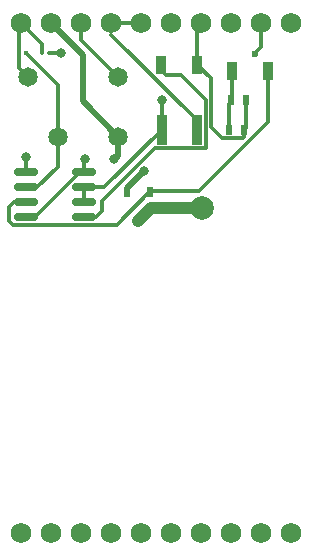
<source format=gbr>
%TF.GenerationSoftware,KiCad,Pcbnew,8.0.8*%
%TF.CreationDate,2025-02-03T20:56:19-05:00*%
%TF.ProjectId,RTDS Control Module,52544453-2043-46f6-9e74-726f6c204d6f,rev?*%
%TF.SameCoordinates,Original*%
%TF.FileFunction,Copper,L1,Top*%
%TF.FilePolarity,Positive*%
%FSLAX46Y46*%
G04 Gerber Fmt 4.6, Leading zero omitted, Abs format (unit mm)*
G04 Created by KiCad (PCBNEW 8.0.8) date 2025-02-03 20:56:19*
%MOMM*%
%LPD*%
G01*
G04 APERTURE LIST*
G04 Aperture macros list*
%AMRoundRect*
0 Rectangle with rounded corners*
0 $1 Rounding radius*
0 $2 $3 $4 $5 $6 $7 $8 $9 X,Y pos of 4 corners*
0 Add a 4 corners polygon primitive as box body*
4,1,4,$2,$3,$4,$5,$6,$7,$8,$9,$2,$3,0*
0 Add four circle primitives for the rounded corners*
1,1,$1+$1,$2,$3*
1,1,$1+$1,$4,$5*
1,1,$1+$1,$6,$7*
1,1,$1+$1,$8,$9*
0 Add four rect primitives between the rounded corners*
20,1,$1+$1,$2,$3,$4,$5,0*
20,1,$1+$1,$4,$5,$6,$7,0*
20,1,$1+$1,$6,$7,$8,$9,0*
20,1,$1+$1,$8,$9,$2,$3,0*%
G04 Aperture macros list end*
%TA.AperFunction,SMDPad,CuDef*%
%ADD10R,0.609600X0.889000*%
%TD*%
%TA.AperFunction,SMDPad,CuDef*%
%ADD11R,0.558800X0.863600*%
%TD*%
%TA.AperFunction,SMDPad,CuDef*%
%ADD12R,0.863600X1.600200*%
%TD*%
%TA.AperFunction,SMDPad,CuDef*%
%ADD13R,0.250000X0.300000*%
%TD*%
%TA.AperFunction,ComponentPad*%
%ADD14C,1.650000*%
%TD*%
%TA.AperFunction,ComponentPad*%
%ADD15C,1.750000*%
%TD*%
%TA.AperFunction,SMDPad,CuDef*%
%ADD16R,0.955600X2.500000*%
%TD*%
%TA.AperFunction,SMDPad,CuDef*%
%ADD17R,0.380000X0.400000*%
%TD*%
%TA.AperFunction,SMDPad,CuDef*%
%ADD18RoundRect,0.150000X-0.825000X-0.150000X0.825000X-0.150000X0.825000X0.150000X-0.825000X0.150000X0*%
%TD*%
%TA.AperFunction,SMDPad,CuDef*%
%ADD19R,0.855600X1.600000*%
%TD*%
%TA.AperFunction,ViaPad*%
%ADD20C,0.800000*%
%TD*%
%TA.AperFunction,ViaPad*%
%ADD21C,0.600000*%
%TD*%
%TA.AperFunction,ViaPad*%
%ADD22C,2.000000*%
%TD*%
%TA.AperFunction,Conductor*%
%ADD23C,0.300000*%
%TD*%
%TA.AperFunction,Conductor*%
%ADD24C,0.200000*%
%TD*%
%TA.AperFunction,Conductor*%
%ADD25C,0.500000*%
%TD*%
%TA.AperFunction,Conductor*%
%ADD26C,1.000000*%
%TD*%
G04 APERTURE END LIST*
D10*
%TO.P,R4,1*%
%TO.N,Net-(D1-K)*%
X68512300Y-31900000D03*
%TO.P,R4,2*%
%TO.N,/GND*%
X69807700Y-31900000D03*
%TD*%
D11*
%TO.P,U2,1,G*%
%TO.N,Net-(D1-A)*%
X61652500Y-39712400D03*
%TO.P,U2,2,S*%
%TO.N,/GND*%
X59747500Y-39712400D03*
%TO.P,U2,3,D*%
%TO.N,Net-(U2-D)*%
X60700000Y-42100000D03*
%TD*%
D12*
%TO.P,D1,1,K*%
%TO.N,Net-(D1-K)*%
X68636000Y-29400000D03*
%TO.P,D1,2,A*%
%TO.N,Net-(D1-A)*%
X71684000Y-29400000D03*
%TD*%
D13*
%TO.P,R2,1*%
%TO.N,/Vs*%
X52560000Y-27900000D03*
%TO.P,R2,2*%
%TO.N,Net-(U1-DIS)*%
X53160000Y-27900000D03*
%TD*%
D14*
%TO.P,K1,2*%
%TO.N,Net-(U1-TR)*%
X53890000Y-34980000D03*
%TO.P,K1,4*%
%TO.N,/GND*%
X58970000Y-34980000D03*
%TO.P,K1,5*%
%TO.N,Net-(J1-Pad3)*%
X58970000Y-29900000D03*
%TO.P,K1,8*%
%TO.N,/Vs*%
X51350000Y-29900000D03*
%TD*%
D15*
%TO.P,J1,1,1*%
%TO.N,N/C*%
X50800000Y-68580000D03*
%TO.P,J1,2,2*%
X53340000Y-68580000D03*
%TO.P,J1,3,3*%
X55880000Y-68580000D03*
%TO.P,J1,4,4*%
X58420000Y-68580000D03*
%TO.P,J1,5,5*%
X60960000Y-68580000D03*
%TO.P,J1,6,6*%
X63500000Y-68580000D03*
%TO.P,J1,7,7*%
X66040000Y-68580000D03*
%TO.P,J1,8,8*%
X68580000Y-68580000D03*
%TO.P,J1,9,9*%
X71120000Y-68580000D03*
%TO.P,J1,10,10*%
X73660000Y-68580000D03*
%TD*%
D16*
%TO.P,C1,1*%
%TO.N,Net-(U1-DIS)*%
X62682199Y-34400000D03*
%TO.P,C1,2*%
%TO.N,/GND*%
X65637801Y-34400000D03*
%TD*%
D17*
%TO.P,R1,1*%
%TO.N,/Vs*%
X50598000Y-27900000D03*
%TO.P,R1,2*%
%TO.N,Net-(U1-TR)*%
X51160000Y-27900000D03*
%TD*%
D18*
%TO.P,U1,1,GND*%
%TO.N,/GND*%
X51185000Y-37995000D03*
%TO.P,U1,2,TR*%
%TO.N,Net-(U1-TR)*%
X51185000Y-39265000D03*
%TO.P,U1,3,Q*%
%TO.N,Net-(D1-A)*%
X51185000Y-40535000D03*
%TO.P,U1,4,R*%
%TO.N,/Vs*%
X51185000Y-41805000D03*
%TO.P,U1,5,CV*%
%TO.N,Net-(U1-CV)*%
X56135000Y-41805000D03*
%TO.P,U1,6,THR*%
%TO.N,Net-(U1-DIS)*%
X56135000Y-40535000D03*
%TO.P,U1,7,DIS*%
X56135000Y-39265000D03*
%TO.P,U1,8,VCC*%
%TO.N,/Vs*%
X56135000Y-37995000D03*
%TD*%
D19*
%TO.P,C2,1*%
%TO.N,Net-(U1-CV)*%
X62632199Y-28900000D03*
%TO.P,C2,2*%
%TO.N,/GND*%
X65687801Y-28900000D03*
%TD*%
D10*
%TO.P,R3,1*%
%TO.N,Net-(D1-K)*%
X68364600Y-34400000D03*
%TO.P,R3,2*%
%TO.N,/GND*%
X69660000Y-34400000D03*
%TD*%
D15*
%TO.P,J1,1,1*%
%TO.N,/Vs*%
X50800000Y-25400000D03*
%TO.P,J1,2,2*%
%TO.N,/GND*%
X53340000Y-25400000D03*
%TO.P,J1,3,3*%
%TO.N,Net-(J1-Pad3)*%
X55880000Y-25400000D03*
%TO.P,J1,4,4*%
%TO.N,/GND*%
X58420000Y-25400000D03*
%TO.P,J1,5,5*%
X60960000Y-25400000D03*
%TO.P,J1,6,6*%
%TO.N,Net-(U2-D)*%
X63500000Y-25400000D03*
%TO.P,J1,7,7*%
%TO.N,/GND*%
X66040000Y-25400000D03*
%TO.P,J1,8,8*%
%TO.N,unconnected-(J1-Pad8)*%
X68580000Y-25400000D03*
%TO.P,J1,9,9*%
%TO.N,/Vs*%
X71120000Y-25400000D03*
%TO.P,J1,10,10*%
%TO.N,unconnected-(J1-Pad10)*%
X73660000Y-25400000D03*
%TD*%
D20*
%TO.N,/GND*%
X61160000Y-37900000D03*
X58660000Y-36900000D03*
X51185000Y-36700000D03*
D21*
%TO.N,/Vs*%
X70560000Y-28000000D03*
D20*
X56160000Y-36900000D03*
%TO.N,Net-(U1-DIS)*%
X62660000Y-31900000D03*
X54160000Y-27900000D03*
D22*
%TO.N,Net-(U2-D)*%
X66060000Y-41000000D03*
%TD*%
D23*
%TO.N,Net-(U1-CV)*%
X63069377Y-29749200D02*
X64313800Y-29749200D01*
D24*
X62632199Y-28900000D02*
X62632199Y-29312022D01*
D23*
X62110000Y-35950000D02*
X57660000Y-40400000D01*
X66415601Y-35950000D02*
X62110000Y-35950000D01*
X66415601Y-31851001D02*
X66415601Y-35950000D01*
X57660000Y-40400000D02*
X57660000Y-41254999D01*
X57660000Y-41254999D02*
X57109999Y-41805000D01*
X64313800Y-29749200D02*
X66415601Y-31851001D01*
X62632199Y-29312022D02*
X63069377Y-29749200D01*
D24*
X57109999Y-41805000D02*
X56135000Y-41805000D01*
D23*
%TO.N,/GND*%
X66815601Y-34200301D02*
X67759800Y-35144500D01*
X69807700Y-31900000D02*
X69807700Y-34252300D01*
D24*
X65687801Y-25752199D02*
X66040000Y-25400000D01*
D23*
X66815601Y-30027800D02*
X66815601Y-34200301D01*
X65687801Y-28900000D02*
X65687801Y-25752199D01*
X69560000Y-35144500D02*
X69660000Y-35044500D01*
X65687801Y-28900000D02*
X66815601Y-30027800D01*
D24*
X65637801Y-34400000D02*
X65637801Y-33587978D01*
D25*
X59747500Y-39312500D02*
X61160000Y-37900000D01*
X56000000Y-28060000D02*
X53340000Y-25400000D01*
D23*
X51185000Y-37995000D02*
X51185000Y-36700000D01*
X69660000Y-35044500D02*
X69660000Y-34400000D01*
D25*
X59747500Y-39712400D02*
X59747500Y-39312500D01*
X58970000Y-34980000D02*
X58970000Y-36590000D01*
D23*
X65637801Y-33587978D02*
X58420000Y-26370177D01*
X58420000Y-25400000D02*
X60960000Y-25400000D01*
D24*
X69807700Y-34252300D02*
X69660000Y-34400000D01*
D23*
X67759800Y-35144500D02*
X69560000Y-35144500D01*
D25*
X58970000Y-36590000D02*
X58660000Y-36900000D01*
X58970000Y-34980000D02*
X56000000Y-32010000D01*
X56000000Y-32010000D02*
X56000000Y-28060000D01*
D24*
X58420000Y-26370177D02*
X58420000Y-25400000D01*
%TO.N,Net-(U1-TR)*%
X52159999Y-39265000D02*
X51185000Y-39265000D01*
D23*
X53890000Y-34980000D02*
X53890000Y-37534999D01*
X53890000Y-34980000D02*
X53890000Y-30630000D01*
X53890000Y-30630000D02*
X51160000Y-27900000D01*
X53890000Y-37534999D02*
X52159999Y-39265000D01*
%TO.N,/Vs*%
X52560000Y-27900000D02*
X52560000Y-27160000D01*
D24*
X51185000Y-41805000D02*
X51979448Y-41805000D01*
X56135000Y-36925000D02*
X56160000Y-36900000D01*
D23*
X52560000Y-27160000D02*
X50800000Y-25400000D01*
D24*
X55789448Y-37995000D02*
X56135000Y-37995000D01*
X70560000Y-27920000D02*
X70560000Y-28000000D01*
X50598000Y-25602000D02*
X50800000Y-25400000D01*
D23*
X56135000Y-37995000D02*
X56135000Y-36925000D01*
X71120000Y-25400000D02*
X71120000Y-27360000D01*
X50598000Y-29148000D02*
X51350000Y-29900000D01*
X50598000Y-27900000D02*
X50598000Y-25602000D01*
X51979448Y-41805000D02*
X55789448Y-37995000D01*
X71120000Y-27360000D02*
X70560000Y-27920000D01*
X50598000Y-27900000D02*
X50598000Y-29148000D01*
%TO.N,Net-(U1-DIS)*%
X62682199Y-34400000D02*
X62682199Y-31922199D01*
X53160000Y-27900000D02*
X54160000Y-27900000D01*
X56135000Y-39265000D02*
X56135000Y-40535000D01*
D24*
X62682199Y-31922199D02*
X62660000Y-31900000D01*
D23*
X62682199Y-34400000D02*
X57817199Y-39265000D01*
X57817199Y-39265000D02*
X56135000Y-39265000D01*
D24*
%TO.N,Net-(D1-K)*%
X68512300Y-31900000D02*
X68512300Y-32047700D01*
X68512300Y-32047700D02*
X68364600Y-32195400D01*
D23*
X68636000Y-29400000D02*
X68636000Y-31776300D01*
D24*
X68636000Y-31776300D02*
X68512300Y-31900000D01*
D23*
X68364600Y-32195400D02*
X68364600Y-34400000D01*
D24*
X68512300Y-29047700D02*
X68660000Y-28900000D01*
D23*
%TO.N,Net-(D1-A)*%
X50210001Y-40535000D02*
X49760001Y-40985000D01*
X49760001Y-42100001D02*
X50115000Y-42455000D01*
X71684000Y-33727607D02*
X65853800Y-39557807D01*
X61612500Y-39706200D02*
X61760893Y-39557807D01*
X50115000Y-42455000D02*
X58863700Y-42455000D01*
X71684000Y-29400000D02*
X71684000Y-33727607D01*
X61760893Y-39557807D02*
X65853800Y-39557807D01*
X49760001Y-40985000D02*
X49760001Y-42100001D01*
X58863700Y-42455000D02*
X61612500Y-39706200D01*
X51185000Y-40535000D02*
X50210001Y-40535000D01*
%TO.N,Net-(J1-Pad3)*%
X55880000Y-26810000D02*
X58970000Y-29900000D01*
X55880000Y-25400000D02*
X55880000Y-26810000D01*
D26*
%TO.N,Net-(U2-D)*%
X61800000Y-41000000D02*
X60700000Y-42100000D01*
X66060000Y-41000000D02*
X61800000Y-41000000D01*
%TD*%
M02*

</source>
